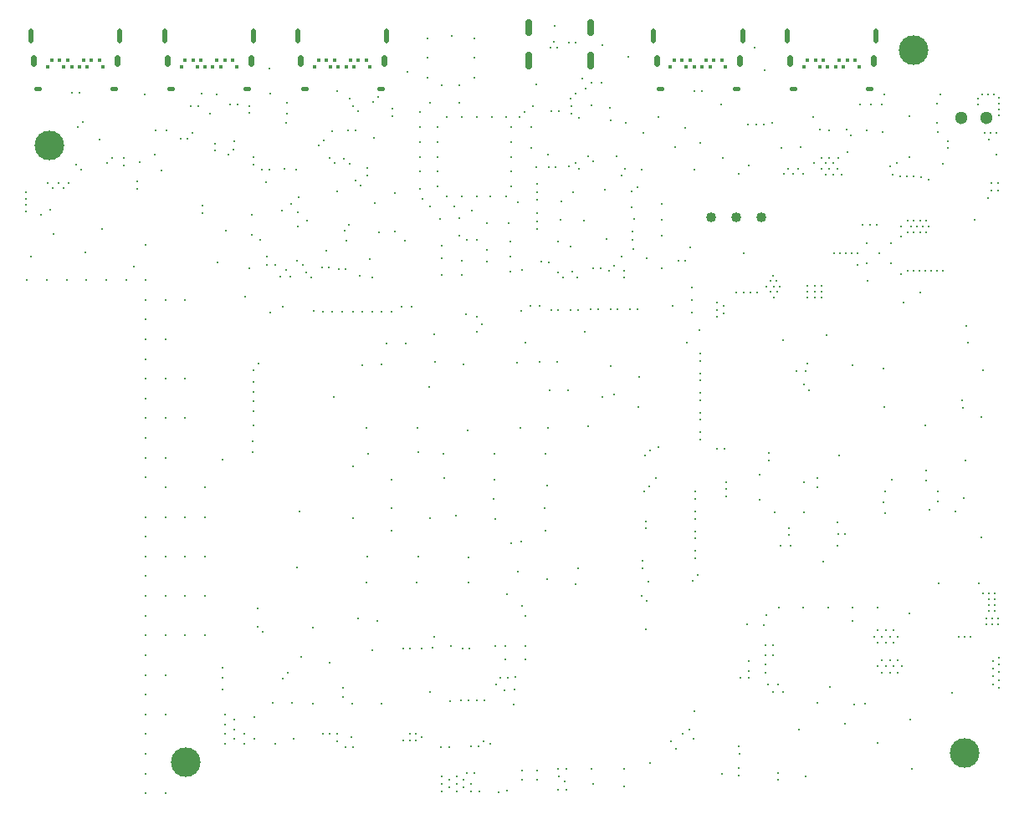
<source format=gbr>
%TF.GenerationSoftware,KiCad,Pcbnew,5.1.9+dfsg1-1*%
%TF.CreationDate,2022-02-21T14:57:18+01:00*%
%TF.ProjectId,sc606-baseboard,73633630-362d-4626-9173-65626f617264,rev?*%
%TF.SameCoordinates,Original*%
%TF.FileFunction,Plated,1,6,PTH,Mixed*%
%TF.FilePolarity,Positive*%
%FSLAX46Y46*%
G04 Gerber Fmt 4.6, Leading zero omitted, Abs format (unit mm)*
G04 Created by KiCad (PCBNEW 5.1.9+dfsg1-1) date 2022-02-21 14:57:18 commit 2b5f92f*
%MOMM*%
%LPD*%
G01*
G04 APERTURE LIST*
%TA.AperFunction,ViaDrill*%
%ADD10C,0.250000*%
%TD*%
G04 aperture for slot hole*
%TA.AperFunction,ComponentDrill*%
%ADD11C,0.400000*%
%TD*%
%TA.AperFunction,ComponentDrill*%
%ADD12C,0.400000*%
%TD*%
G04 aperture for slot hole*
%TA.AperFunction,ComponentDrill*%
%ADD13C,0.500000*%
%TD*%
G04 aperture for slot hole*
%TA.AperFunction,ComponentDrill*%
%ADD14C,0.600000*%
%TD*%
G04 aperture for slot hole*
%TA.AperFunction,ComponentDrill*%
%ADD15C,0.650000*%
%TD*%
%TA.AperFunction,ComponentDrill*%
%ADD16C,1.019990*%
%TD*%
%TA.AperFunction,ComponentDrill*%
%ADD17C,1.300000*%
%TD*%
%TA.AperFunction,ComponentDrill*%
%ADD18C,3.000000*%
%TD*%
G04 APERTURE END LIST*
D10*
X76350000Y-60600000D03*
X76350000Y-61250000D03*
X76350000Y-61900000D03*
X76350000Y-62550000D03*
X76500000Y-69500000D03*
X76900000Y-67100000D03*
X77900000Y-62900000D03*
X78500000Y-69500000D03*
X78600000Y-59700000D03*
X78800000Y-62400000D03*
X79100000Y-60200000D03*
X79200000Y-64800000D03*
X79700000Y-59700000D03*
X80200000Y-60200000D03*
X80500000Y-69500000D03*
X80700000Y-59700000D03*
X81037500Y-50487498D03*
X81444732Y-57792078D03*
X81593673Y-54006327D03*
X81762500Y-50487498D03*
X81957386Y-58304732D03*
X82106327Y-53493673D03*
X82400000Y-66700000D03*
X82500000Y-69500000D03*
X83800000Y-55300000D03*
X84050000Y-64350000D03*
X84500000Y-69500000D03*
X84569186Y-57662979D03*
X85081840Y-57150325D03*
X86250000Y-57137500D03*
X86250000Y-57862500D03*
X86500000Y-69500000D03*
X87300000Y-68100000D03*
X87600000Y-59500000D03*
X87600000Y-60300000D03*
X87929317Y-57520683D03*
X88400000Y-50700000D03*
X88500000Y-65900000D03*
X88500000Y-69500000D03*
X88500000Y-71500000D03*
X88500000Y-73500000D03*
X88500000Y-75500000D03*
X88500000Y-77500000D03*
X88500000Y-79500000D03*
X88500000Y-81500000D03*
X88500000Y-83500000D03*
X88500000Y-85500000D03*
X88500000Y-87500000D03*
X88500000Y-89500000D03*
X88500000Y-93500000D03*
X88500000Y-95500000D03*
X88500000Y-97500000D03*
X88500000Y-99500000D03*
X88500000Y-101500000D03*
X88500000Y-103500000D03*
X88500000Y-105500000D03*
X88500000Y-107500000D03*
X88500000Y-109500000D03*
X88500000Y-111500000D03*
X88500000Y-113500000D03*
X88500000Y-115500000D03*
X88500000Y-117500000D03*
X88500000Y-119500000D03*
X88500000Y-121500000D03*
X89400000Y-56783628D03*
X89500000Y-54300000D03*
X90100000Y-58400000D03*
X90500000Y-71500000D03*
X90500000Y-75500000D03*
X90500000Y-79500000D03*
X90500000Y-83500000D03*
X90500000Y-87500000D03*
X90500000Y-90500000D03*
X90500000Y-93500000D03*
X90500000Y-97500000D03*
X90500000Y-101500000D03*
X90500000Y-105500000D03*
X90500000Y-109500000D03*
X90500000Y-113500000D03*
X90500000Y-121500000D03*
X90600000Y-54300000D03*
X92037500Y-55153238D03*
X92500000Y-71500000D03*
X92500000Y-79500000D03*
X92500000Y-83500000D03*
X92500000Y-93500000D03*
X92500000Y-97500000D03*
X92500000Y-101500000D03*
X92500000Y-105500000D03*
X92762500Y-55153238D03*
X93087500Y-51900000D03*
X93250000Y-54550000D03*
X93812500Y-51900000D03*
X94152973Y-50621514D03*
X94250000Y-61987500D03*
X94250000Y-62712500D03*
X94500000Y-90500000D03*
X94500000Y-93500000D03*
X94500000Y-97500000D03*
X94500000Y-101500000D03*
X94500000Y-105500000D03*
X95000000Y-52600000D03*
X95514357Y-55673143D03*
X95514357Y-56398143D03*
X95697898Y-50653885D03*
X95800000Y-67700000D03*
X96250000Y-108750000D03*
X96250000Y-109750000D03*
X96250000Y-111000000D03*
X96300000Y-87674976D03*
X96500000Y-113500000D03*
X96500000Y-114500000D03*
X96500000Y-115500000D03*
X96500000Y-116500000D03*
X96600000Y-64500000D03*
X96898673Y-56753053D03*
X97042500Y-51718119D03*
X97411327Y-56240399D03*
X97450000Y-55450000D03*
X97500000Y-114000000D03*
X97500000Y-115000000D03*
X97500000Y-116000000D03*
X97767500Y-51718119D03*
X98500000Y-115500000D03*
X98500000Y-116500000D03*
X98600000Y-71200000D03*
X98992884Y-51863215D03*
X98992884Y-52588215D03*
X99000000Y-68275799D03*
X99200000Y-62900000D03*
X99200000Y-64892500D03*
X99317979Y-86902479D03*
X99325012Y-85800000D03*
X99400000Y-57037500D03*
X99400000Y-57762500D03*
X99400000Y-78650000D03*
X99400000Y-79800000D03*
X99400000Y-80800000D03*
X99400000Y-81800000D03*
X99400000Y-82800000D03*
X99400000Y-84250000D03*
X99500000Y-113800000D03*
X99500000Y-116000000D03*
X99800000Y-102800000D03*
X99843673Y-104643673D03*
X99900000Y-77950000D03*
X100100000Y-65400000D03*
X100287500Y-58300000D03*
X100356327Y-105156327D03*
X100700000Y-59600000D03*
X100730000Y-67120000D03*
X100800000Y-68000000D03*
X101012500Y-58300000D03*
X101050000Y-48100000D03*
X101100000Y-50600000D03*
X101100000Y-72800000D03*
X101330278Y-112319722D03*
X101600000Y-116500000D03*
X101612500Y-68000000D03*
X102100000Y-69150000D03*
X102300000Y-62500000D03*
X102400000Y-72225000D03*
X102400000Y-109900000D03*
X102550000Y-58200000D03*
X102700000Y-53600000D03*
X102749996Y-68450000D03*
X102800000Y-51500000D03*
X102800000Y-52600000D03*
X102900000Y-109250000D03*
X103100000Y-69150000D03*
X103200000Y-61800000D03*
X103300000Y-112300000D03*
X103500000Y-116000000D03*
X103700000Y-58300000D03*
X103800000Y-98600000D03*
X103823249Y-67560682D03*
X103900000Y-62600000D03*
X103900000Y-64100000D03*
X104000000Y-61100000D03*
X104100000Y-92900000D03*
X104200000Y-107700000D03*
X104400000Y-68000000D03*
X104743673Y-68743673D03*
X104800000Y-63500000D03*
X105256327Y-69256327D03*
X105400000Y-104700000D03*
X105400000Y-112400000D03*
X105500000Y-72600000D03*
X106033030Y-55845684D03*
X106337500Y-68200000D03*
X106398464Y-115449341D03*
X106400000Y-72700000D03*
X106545684Y-55333030D03*
X106800000Y-66500000D03*
X107062500Y-68200000D03*
X107100000Y-108300000D03*
X107112777Y-57138673D03*
X107122439Y-115488117D03*
X107349999Y-72700000D03*
X107400000Y-54400000D03*
X107500000Y-81300000D03*
X107625431Y-57651327D03*
X107837797Y-50325002D03*
X107875240Y-115480884D03*
X107887160Y-60487160D03*
X107900187Y-116205456D03*
X108037500Y-68400000D03*
X108400000Y-72700000D03*
X108500000Y-110800000D03*
X108500000Y-111700000D03*
X108593673Y-57243673D03*
X108600000Y-64500000D03*
X108723875Y-116790318D03*
X108762500Y-68400000D03*
X108800000Y-65500000D03*
X108987500Y-54350000D03*
X109100000Y-63900000D03*
X109106327Y-57756327D03*
X109170683Y-51079317D03*
X109300000Y-115800000D03*
X109400000Y-112400000D03*
X109450000Y-72700000D03*
X109458030Y-51879316D03*
X109500000Y-88400000D03*
X109500000Y-93600000D03*
X109524899Y-116787208D03*
X109712500Y-54350000D03*
X109743673Y-59443673D03*
X109970684Y-52391970D03*
X110000000Y-103800000D03*
X110200000Y-69100000D03*
X110256327Y-59956327D03*
X110400000Y-72700000D03*
X110450000Y-78100000D03*
X110800000Y-84500000D03*
X110800000Y-100100000D03*
X110900000Y-58137500D03*
X110900000Y-58862500D03*
X110900000Y-97500000D03*
X111000000Y-87100000D03*
X111200000Y-67400000D03*
X111400000Y-72700000D03*
X111400000Y-107000000D03*
X111425003Y-69200000D03*
X111487442Y-51478137D03*
X111600000Y-55100000D03*
X111700000Y-61700000D03*
X111900000Y-104000000D03*
X112000096Y-50965483D03*
X112150000Y-64700000D03*
X112350000Y-78000000D03*
X112400000Y-72700000D03*
X112400000Y-112400000D03*
X112900000Y-75900000D03*
X113400000Y-72700000D03*
X113400000Y-89700000D03*
X113400000Y-92637501D03*
X113400000Y-94900000D03*
X113500000Y-52137500D03*
X113500000Y-52862500D03*
X113735000Y-60710000D03*
X113750000Y-64550000D03*
X114400000Y-72200000D03*
X114537500Y-106850000D03*
X114600000Y-116100000D03*
X114700000Y-65500000D03*
X114800000Y-75912490D03*
X115000000Y-48400000D03*
X115200000Y-115500000D03*
X115200000Y-116100000D03*
X115262500Y-106850000D03*
X115400000Y-72200000D03*
X115800000Y-115500000D03*
X115800000Y-116100000D03*
X115900000Y-100100000D03*
X116000000Y-84500000D03*
X116094714Y-86905286D03*
X116100000Y-97500000D03*
X116250000Y-52500000D03*
X116250000Y-54000000D03*
X116250000Y-55500000D03*
X116250000Y-57000000D03*
X116250000Y-58500000D03*
X116250000Y-60250000D03*
X116400000Y-106800000D03*
X116400000Y-115800000D03*
X116500000Y-61250000D03*
X117000000Y-45000000D03*
X117000000Y-47000000D03*
X117000000Y-49000000D03*
X117150000Y-80350000D03*
X117250000Y-51500000D03*
X117250000Y-62000000D03*
X117300000Y-93600000D03*
X117300000Y-111200000D03*
X117500000Y-106700000D03*
X117700000Y-75000000D03*
X117700000Y-105600000D03*
X117755285Y-77744715D03*
X118000000Y-54000000D03*
X118000000Y-55500000D03*
X118000000Y-57000000D03*
X118000000Y-58500000D03*
X118000000Y-60000000D03*
X118300000Y-63300000D03*
X118363967Y-116797198D03*
X118500000Y-49750000D03*
X118500000Y-66000000D03*
X118500000Y-67250000D03*
X118500000Y-69000000D03*
X118500000Y-119750000D03*
X118500000Y-120500000D03*
X118500000Y-121300000D03*
X118600000Y-87100000D03*
X118744714Y-89587532D03*
X119000000Y-53000000D03*
X119000000Y-61000000D03*
X119200000Y-116800000D03*
X119250000Y-120150000D03*
X119250000Y-120900000D03*
X119299996Y-112200000D03*
X119400000Y-106600000D03*
X119500000Y-44750000D03*
X119750000Y-62000000D03*
X119900000Y-93400000D03*
X120000000Y-119750000D03*
X120000000Y-120500000D03*
X120000000Y-121300000D03*
X120250000Y-49750000D03*
X120250000Y-51500000D03*
X120250000Y-63250000D03*
X120250000Y-65000000D03*
X120400000Y-112100000D03*
X120500000Y-53000000D03*
X120500000Y-61000000D03*
X120500000Y-67500000D03*
X120500000Y-69000000D03*
X120537500Y-106845636D03*
X120700000Y-78000000D03*
X120700000Y-120100000D03*
X120700000Y-120900000D03*
X120900000Y-73000000D03*
X121000000Y-65450000D03*
X121024987Y-119400000D03*
X121100000Y-84700000D03*
X121200000Y-97600000D03*
X121200000Y-100100000D03*
X121200000Y-112100000D03*
X121262500Y-106845636D03*
X121419683Y-116702380D03*
X121450000Y-120500000D03*
X121450000Y-121300000D03*
X121500000Y-62500000D03*
X121750000Y-45000000D03*
X121750000Y-47000000D03*
X121750000Y-49000000D03*
X121750000Y-119399998D03*
X122000000Y-53000000D03*
X122000000Y-61000000D03*
X122000000Y-65450000D03*
X122000000Y-73200000D03*
X122000000Y-74750000D03*
X122000000Y-112100000D03*
X122144567Y-116715989D03*
X122300000Y-121300000D03*
X122500000Y-74000004D03*
X122699998Y-116250009D03*
X122800000Y-112100000D03*
X123000000Y-63750000D03*
X123000000Y-66400000D03*
X123000000Y-67600000D03*
X123373845Y-116517539D03*
X123400000Y-61000000D03*
X123500000Y-53000000D03*
X123700000Y-91662501D03*
X123800000Y-87100000D03*
X123800000Y-89700000D03*
X123837510Y-106600000D03*
X123894715Y-93705285D03*
X124000000Y-110500000D03*
X124200000Y-121400000D03*
X124400000Y-109750000D03*
X124800000Y-111050000D03*
X124900000Y-106600000D03*
X124900000Y-107900000D03*
X125000000Y-53000000D03*
X125000000Y-61000000D03*
X125057229Y-121200002D03*
X125100000Y-101300000D03*
X125150000Y-109750000D03*
X125250000Y-63750000D03*
X125388299Y-65611701D03*
X125388299Y-67111701D03*
X125388299Y-68611701D03*
X125450000Y-96200000D03*
X125500000Y-54000000D03*
X125500000Y-55500000D03*
X125500000Y-57000000D03*
X125500000Y-58500000D03*
X125500000Y-60000000D03*
X125769745Y-112472463D03*
X125800000Y-111000000D03*
X125880285Y-109730285D03*
X126100000Y-77900000D03*
X126132215Y-99067785D03*
X126174998Y-61650000D03*
X126368673Y-53006327D03*
X126400000Y-84500000D03*
X126500000Y-72600000D03*
X126500000Y-96012500D03*
X126550000Y-119150000D03*
X126550000Y-120150000D03*
X126600000Y-68500000D03*
X126612499Y-102500000D03*
X126881327Y-52493673D03*
X126900000Y-75800000D03*
X126900000Y-103500000D03*
X126900000Y-106600000D03*
X126950000Y-107950000D03*
X127400000Y-72100000D03*
X127550000Y-54000000D03*
X127550000Y-56150000D03*
X127700000Y-51900000D03*
X128000000Y-49700000D03*
X128000000Y-58100000D03*
X128074035Y-61319033D03*
X128080000Y-59770000D03*
X128080000Y-60560000D03*
X128100000Y-62732500D03*
X128100000Y-119200000D03*
X128100000Y-120150000D03*
X128120000Y-63520000D03*
X128120000Y-64340000D03*
X128350000Y-77800000D03*
X128400000Y-72100000D03*
X128575035Y-67664505D03*
X128900000Y-92637501D03*
X129000000Y-87100000D03*
X129000000Y-94900000D03*
X129100000Y-90287500D03*
X129160000Y-99815000D03*
X129200000Y-84500000D03*
X129230000Y-56820000D03*
X129256578Y-58088512D03*
X129322316Y-67695057D03*
X129400000Y-80700000D03*
X129437500Y-45981860D03*
X129537500Y-72512482D03*
X129587500Y-52415161D03*
X129838747Y-45333160D03*
X129900000Y-43750000D03*
X129981578Y-58088512D03*
X130150000Y-77800000D03*
X130162500Y-45981860D03*
X130193673Y-68753916D03*
X130224984Y-119025012D03*
X130250000Y-121162479D03*
X130261094Y-65627897D03*
X130262500Y-72512482D03*
X130312500Y-52415161D03*
X130350000Y-119775000D03*
X130521364Y-63352162D03*
X130560000Y-61560000D03*
X130706327Y-69266570D03*
X130945559Y-120267840D03*
X131050000Y-119049994D03*
X131050000Y-121100000D03*
X131250000Y-80700000D03*
X131300000Y-58000000D03*
X131302921Y-45467759D03*
X131500000Y-66100000D03*
X131526804Y-51139458D03*
X131537500Y-72512298D03*
X131600000Y-51887500D03*
X131600000Y-52612500D03*
X131671213Y-68681861D03*
X131720000Y-60560000D03*
X132000000Y-100300000D03*
X132010001Y-57610001D03*
X132027921Y-45467759D03*
X132039458Y-50626804D03*
X132183867Y-69194515D03*
X132262500Y-72512298D03*
X132300000Y-98700000D03*
X132350000Y-53050000D03*
X132362500Y-58250000D03*
X132717762Y-49107206D03*
X132850000Y-63437491D03*
X132900000Y-74700000D03*
X133000000Y-50100000D03*
X133300000Y-84300000D03*
X133313673Y-56973673D03*
X133537500Y-72473175D03*
X133600000Y-49530000D03*
X133600000Y-51800000D03*
X133650000Y-119050000D03*
X133812500Y-68331134D03*
X133817036Y-120500000D03*
X133826327Y-57486327D03*
X134262500Y-72473175D03*
X134537500Y-68331134D03*
X134600000Y-49475010D03*
X134700000Y-45700000D03*
X134700000Y-81300000D03*
X134956906Y-60362035D03*
X135100000Y-65300000D03*
X135368515Y-68568829D03*
X135490000Y-52070000D03*
X135537500Y-72476044D03*
X135570000Y-53280000D03*
X135600000Y-78200000D03*
X135881169Y-68056175D03*
X135900000Y-81100000D03*
X136189998Y-56990000D03*
X136262500Y-72476044D03*
X136650000Y-67100000D03*
X136690000Y-58900000D03*
X136875000Y-68537500D03*
X136875000Y-69262500D03*
X136900000Y-119025002D03*
X136900000Y-120800000D03*
X136990000Y-58220000D03*
X137110004Y-53590000D03*
X137300000Y-46900000D03*
X137537500Y-72477945D03*
X137679587Y-60475143D03*
X137700000Y-62150000D03*
X137749934Y-64568431D03*
X137800000Y-65450000D03*
X137850000Y-66349994D03*
X137919715Y-63319715D03*
X138262500Y-72477945D03*
X138300004Y-60100000D03*
X138337501Y-82362499D03*
X138400000Y-79300000D03*
X138680000Y-58320000D03*
X138681175Y-101493673D03*
X138768809Y-97937500D03*
X138768809Y-98662500D03*
X138830000Y-54560000D03*
X138943673Y-90906327D03*
X138993673Y-87306327D03*
X139100000Y-93937500D03*
X139100000Y-94662500D03*
X139100000Y-104850000D03*
X139193829Y-102006327D03*
X139228165Y-67271835D03*
X139350000Y-100050000D03*
X139456327Y-90393673D03*
X139500000Y-118424998D03*
X139506327Y-86793673D03*
X140100000Y-89587532D03*
X140400000Y-52950000D03*
X140400000Y-86400000D03*
X140687491Y-68300000D03*
X140700000Y-61800000D03*
X140700000Y-63400000D03*
X140700000Y-65000000D03*
X141650000Y-116250000D03*
X141800000Y-72100000D03*
X142100000Y-56000000D03*
X142200000Y-117000000D03*
X142400000Y-67550000D03*
X142803640Y-115467768D03*
X143074998Y-54050000D03*
X143125003Y-67550000D03*
X143300000Y-75800000D03*
X143500000Y-115000002D03*
X143612503Y-66200000D03*
X143750000Y-70250000D03*
X143750000Y-71500000D03*
X143750000Y-72750000D03*
X143818673Y-99930007D03*
X143944722Y-115994586D03*
X144000000Y-58300000D03*
X144000000Y-113150000D03*
X144037500Y-50337502D03*
X144075000Y-90937500D03*
X144075000Y-91662500D03*
X144075000Y-92937500D03*
X144075000Y-93662500D03*
X144075000Y-94937500D03*
X144075000Y-95662500D03*
X144075000Y-96937500D03*
X144075000Y-97662500D03*
X144331327Y-99417353D03*
X144500000Y-74600000D03*
X144600000Y-76937500D03*
X144600000Y-77662500D03*
X144600000Y-78937500D03*
X144600000Y-79662500D03*
X144600000Y-80937500D03*
X144600000Y-81662500D03*
X144600000Y-82937500D03*
X144600000Y-83662500D03*
X144600000Y-84937500D03*
X144600000Y-85662500D03*
X144650000Y-55600000D03*
X144762500Y-50337502D03*
X146300000Y-71800000D03*
X146300000Y-72500000D03*
X146300000Y-73200000D03*
X146350000Y-86600000D03*
X146700000Y-51700000D03*
X146800000Y-119500000D03*
X146900000Y-57100000D03*
X147000000Y-72100000D03*
X147000000Y-72900000D03*
X147074972Y-86592459D03*
X147250000Y-89949980D03*
X147250000Y-91400000D03*
X147251658Y-90674990D03*
X148300000Y-70800000D03*
X148526198Y-116728754D03*
X148550000Y-58700000D03*
X148550000Y-118950000D03*
X148550000Y-119675013D03*
X148580278Y-117480278D03*
X148700000Y-109800000D03*
X149000000Y-66750000D03*
X149000000Y-70800000D03*
X149400000Y-104400000D03*
X149450000Y-53750000D03*
X149500000Y-108100000D03*
X149500000Y-109074997D03*
X149500000Y-109800000D03*
X149550000Y-57900000D03*
X149700000Y-70800000D03*
X150100000Y-45950000D03*
X150326841Y-53751654D03*
X150400000Y-70800000D03*
X150600000Y-89200000D03*
X150650000Y-91750000D03*
X151044715Y-104444715D03*
X151050000Y-53699999D03*
X151150000Y-48200000D03*
X151200000Y-108400000D03*
X151250000Y-106500000D03*
X151250000Y-107500000D03*
X151250000Y-109250000D03*
X151350000Y-70150000D03*
X151350000Y-103400000D03*
X151500000Y-110500000D03*
X151600000Y-87024997D03*
X151600000Y-87750000D03*
X151700000Y-69600000D03*
X151700000Y-70700000D03*
X151900000Y-53550000D03*
X152000000Y-69050000D03*
X152000000Y-106500000D03*
X152000000Y-107500000D03*
X152000000Y-111250000D03*
X152050000Y-70150000D03*
X152050000Y-71250000D03*
X152150000Y-93000000D03*
X152350000Y-69600000D03*
X152400000Y-70700000D03*
X152481775Y-120124783D03*
X152500000Y-110500000D03*
X152500000Y-119399998D03*
X152550000Y-102650000D03*
X152700000Y-70150000D03*
X152750000Y-96450000D03*
X152800000Y-56150000D03*
X153000000Y-75600000D03*
X153000000Y-111250000D03*
X153050000Y-58750000D03*
X153550000Y-58200000D03*
X153600000Y-95350000D03*
X153601658Y-94624990D03*
X153762490Y-96400000D03*
X154050450Y-58725431D03*
X154400000Y-78687500D03*
X154550000Y-58200000D03*
X154650000Y-115000000D03*
X154750000Y-56050000D03*
X155050000Y-58750000D03*
X155050000Y-102650000D03*
X155100000Y-89950000D03*
X155150000Y-80100000D03*
X155162490Y-93000000D03*
X155300000Y-78687500D03*
X155300000Y-119800000D03*
X155500000Y-70100000D03*
X155500000Y-70700000D03*
X155500000Y-71300000D03*
X155500000Y-77950000D03*
X155637500Y-80687500D03*
X156037500Y-53000000D03*
X156100000Y-57600000D03*
X156200000Y-70100000D03*
X156200000Y-70700000D03*
X156200000Y-71300000D03*
X156450000Y-112350000D03*
X156500000Y-89550000D03*
X156512490Y-90500000D03*
X156700000Y-54250000D03*
X156900000Y-57100000D03*
X156900000Y-58200000D03*
X156900000Y-70100000D03*
X156900000Y-70700000D03*
X156900000Y-71300000D03*
X157100000Y-98000000D03*
X157300000Y-57600000D03*
X157300000Y-58800000D03*
X157400000Y-75100000D03*
X157550000Y-102650000D03*
X157700000Y-54300000D03*
X157700000Y-57100000D03*
X157700000Y-58200000D03*
X157750000Y-110700000D03*
X158100000Y-57600000D03*
X158100000Y-58800000D03*
X158150000Y-66750000D03*
X158500000Y-58200000D03*
X158525001Y-94050000D03*
X158525001Y-96400000D03*
X158574993Y-95247510D03*
X158600000Y-57100000D03*
X158650000Y-87300000D03*
X158750000Y-66750000D03*
X158900000Y-58800000D03*
X159299998Y-95250002D03*
X159300000Y-114450000D03*
X159350000Y-66750000D03*
X159400000Y-54250000D03*
X159550000Y-56500000D03*
X159902164Y-54853246D03*
X159950000Y-66750000D03*
X160000000Y-78150000D03*
X160000000Y-104000000D03*
X160050000Y-102650000D03*
X160200000Y-112500000D03*
X160500000Y-68000000D03*
X160550000Y-66750000D03*
X160800000Y-51750000D03*
X161050000Y-63900000D03*
X161300000Y-112400000D03*
X161450000Y-54350000D03*
X161500000Y-65800000D03*
X161500000Y-67800000D03*
X161550000Y-69594998D03*
X161775003Y-63900000D03*
X161900000Y-51750000D03*
X162200000Y-105600000D03*
X162500006Y-63900000D03*
X162550000Y-102650000D03*
X162600000Y-105000000D03*
X162600000Y-106200000D03*
X162600000Y-108600000D03*
X162600000Y-116400000D03*
X162700000Y-66800010D03*
X163000000Y-51750000D03*
X163000000Y-105600000D03*
X163000000Y-108000000D03*
X163000000Y-109300000D03*
X163050000Y-54500000D03*
X163150000Y-78500000D03*
X163200000Y-92000000D03*
X163250000Y-50700000D03*
X163250000Y-82350000D03*
X163300000Y-90900000D03*
X163300000Y-93100000D03*
X163400000Y-105000000D03*
X163400000Y-106200000D03*
X163400000Y-108600000D03*
X163800000Y-105600000D03*
X163800000Y-108000000D03*
X163800000Y-109300000D03*
X163850000Y-58000000D03*
X163900000Y-65800000D03*
X163900000Y-67800000D03*
X164000000Y-89700000D03*
X164100000Y-58800000D03*
X164200000Y-105000000D03*
X164200000Y-106200000D03*
X164200000Y-108600000D03*
X164500000Y-57650000D03*
X164600000Y-105600000D03*
X164600000Y-108000000D03*
X164600000Y-109300000D03*
X164873169Y-59001654D03*
X164900000Y-64076841D03*
X164900000Y-65100000D03*
X164950000Y-68900000D03*
X165000000Y-108600000D03*
X165155016Y-71800000D03*
X165500000Y-59012500D03*
X165600000Y-68550000D03*
X165650000Y-63450000D03*
X165650000Y-64650000D03*
X165750000Y-52900000D03*
X165750000Y-103250000D03*
X165800000Y-57050000D03*
X165850000Y-114000000D03*
X165950000Y-64050000D03*
X166000000Y-119000000D03*
X166200000Y-68550000D03*
X166232284Y-58947470D03*
X166250000Y-63450000D03*
X166250000Y-64650000D03*
X166550000Y-64050000D03*
X166800000Y-68550000D03*
X166850000Y-63450000D03*
X166850000Y-64650000D03*
X166900000Y-70800000D03*
X166950000Y-59050000D03*
X167150000Y-64050000D03*
X167400000Y-68550000D03*
X167400000Y-84200000D03*
X167450000Y-63450000D03*
X167450000Y-64650000D03*
X167500000Y-88800000D03*
X167500000Y-89800000D03*
X167700000Y-59300000D03*
X167750000Y-64050000D03*
X167800000Y-92775000D03*
X168000000Y-68550000D03*
X168550000Y-51650000D03*
X168550000Y-53600000D03*
X168600000Y-68550000D03*
X168650000Y-54500000D03*
X168700000Y-90900000D03*
X168700000Y-91900000D03*
X168755285Y-100255285D03*
X168950000Y-50700000D03*
X169200000Y-57750000D03*
X169200000Y-68550000D03*
X169648346Y-55426831D03*
X169700000Y-56150000D03*
X170100000Y-111300000D03*
X170449608Y-92980853D03*
X170800000Y-105600000D03*
X171097470Y-81682284D03*
X171200000Y-82400000D03*
X171300004Y-91550000D03*
X171400000Y-105600000D03*
X171500000Y-87800000D03*
X171550000Y-74150000D03*
X171724997Y-75801282D03*
X172000000Y-105600000D03*
X172400000Y-63400000D03*
X172700000Y-51100000D03*
X172700000Y-51700000D03*
X172800000Y-100200000D03*
X173100000Y-83400000D03*
X173100000Y-95550000D03*
X173150000Y-50700000D03*
X173200000Y-78600000D03*
X173200000Y-101200000D03*
X173400000Y-54600000D03*
X173600000Y-103800000D03*
X173600000Y-104400000D03*
X173749992Y-61200000D03*
X173750000Y-50700000D03*
X173800000Y-55300000D03*
X173800000Y-101200000D03*
X173800000Y-101800000D03*
X173800000Y-102400000D03*
X173800000Y-103000000D03*
X174000000Y-54550000D03*
X174050000Y-59700000D03*
X174050000Y-60450000D03*
X174200000Y-103800000D03*
X174200000Y-104400000D03*
X174225000Y-108075000D03*
X174225000Y-108825000D03*
X174225000Y-109625000D03*
X174225000Y-110425000D03*
X174350000Y-50700000D03*
X174400000Y-101200000D03*
X174400000Y-101800000D03*
X174400000Y-102400000D03*
X174400000Y-103000000D03*
X174600000Y-54550000D03*
X174600000Y-56800000D03*
X174800000Y-59700000D03*
X174800000Y-60450000D03*
X174800000Y-103800000D03*
X174800000Y-104400000D03*
X174825000Y-107750000D03*
X174825000Y-108425000D03*
X174825000Y-109225000D03*
X174825000Y-110025000D03*
X174825000Y-110825000D03*
X174850000Y-51050000D03*
X174850000Y-51650000D03*
X174850000Y-52250000D03*
X174850000Y-52850000D03*
D11*
%TO.C,J6*%
X77380000Y-50080000D02*
X77730000Y-50080000D01*
D12*
X78600000Y-47880000D03*
X79000000Y-47180000D03*
X79800000Y-47180000D03*
X80200000Y-47880000D03*
X80600000Y-47180000D03*
X81000000Y-47880000D03*
X81800000Y-47880000D03*
X82200000Y-47180000D03*
X82600000Y-47880000D03*
X83000000Y-47180000D03*
X83800000Y-47180000D03*
X84200000Y-47880000D03*
D11*
X85070000Y-50080000D02*
X85420000Y-50080000D01*
%TO.C,J11*%
X90880000Y-50080000D02*
X91230000Y-50080000D01*
D12*
X92100000Y-47880000D03*
X92500000Y-47180000D03*
X93300000Y-47180000D03*
X93700000Y-47880000D03*
X94100000Y-47180000D03*
X94500000Y-47880000D03*
X95300000Y-47880000D03*
X95700000Y-47180000D03*
X96100000Y-47880000D03*
X96500000Y-47180000D03*
X97300000Y-47180000D03*
X97700000Y-47880000D03*
D11*
X98570000Y-50080000D02*
X98920000Y-50080000D01*
%TO.C,J10*%
X104380000Y-50080000D02*
X104730000Y-50080000D01*
D12*
X105600000Y-47880000D03*
X106000000Y-47180000D03*
X106800000Y-47180000D03*
X107200000Y-47880000D03*
X107600000Y-47180000D03*
X108000000Y-47880000D03*
X108800000Y-47880000D03*
X109200000Y-47180000D03*
X109600000Y-47880000D03*
X110000000Y-47180000D03*
X110800000Y-47180000D03*
X111200000Y-47880000D03*
D11*
X112070000Y-50080000D02*
X112420000Y-50080000D01*
%TO.C,J9*%
X140380000Y-50080000D02*
X140730000Y-50080000D01*
D12*
X141600000Y-47880000D03*
X142000000Y-47180000D03*
X142800000Y-47180000D03*
X143200000Y-47880000D03*
X143600000Y-47180000D03*
X144000000Y-47880000D03*
X144800000Y-47880000D03*
X145200000Y-47180000D03*
X145600000Y-47880000D03*
X146000000Y-47180000D03*
X146800000Y-47180000D03*
X147200000Y-47880000D03*
D11*
X148070000Y-50080000D02*
X148420000Y-50080000D01*
%TO.C,J12*%
X153880000Y-50080000D02*
X154230000Y-50080000D01*
D12*
X155100000Y-47880000D03*
X155500000Y-47180000D03*
X156300000Y-47180000D03*
X156700000Y-47880000D03*
X157100000Y-47180000D03*
X157500000Y-47880000D03*
X158300000Y-47880000D03*
X158700000Y-47180000D03*
X159100000Y-47880000D03*
X159500000Y-47180000D03*
X160300000Y-47180000D03*
X160700000Y-47880000D03*
D11*
X161570000Y-50080000D02*
X161920000Y-50080000D01*
D13*
%TO.C,J6*%
X76900000Y-44265000D02*
X76900000Y-45265000D01*
X85900000Y-44265000D02*
X85900000Y-45265000D01*
%TO.C,J11*%
X90400000Y-44265000D02*
X90400000Y-45265000D01*
X99400000Y-44265000D02*
X99400000Y-45265000D01*
%TO.C,J10*%
X103900000Y-44265000D02*
X103900000Y-45265000D01*
X112900000Y-44265000D02*
X112900000Y-45265000D01*
%TO.C,J9*%
X139900000Y-44265000D02*
X139900000Y-45265000D01*
X148900000Y-44265000D02*
X148900000Y-45265000D01*
%TO.C,J12*%
X153400000Y-44265000D02*
X153400000Y-45265000D01*
X162400000Y-44265000D02*
X162400000Y-45265000D01*
D14*
%TO.C,J6*%
X77180000Y-46980000D02*
X77180000Y-47580000D01*
X85620000Y-46980000D02*
X85620000Y-47580000D01*
%TO.C,J11*%
X90680000Y-46980000D02*
X90680000Y-47580000D01*
X99120000Y-46980000D02*
X99120000Y-47580000D01*
%TO.C,J10*%
X104180000Y-46980000D02*
X104180000Y-47580000D01*
X112620000Y-46980000D02*
X112620000Y-47580000D01*
%TO.C,J9*%
X140180000Y-46980000D02*
X140180000Y-47580000D01*
X148620000Y-46980000D02*
X148620000Y-47580000D01*
%TO.C,J12*%
X153680000Y-46980000D02*
X153680000Y-47580000D01*
X162120000Y-46980000D02*
X162120000Y-47580000D01*
D15*
%TO.C,J4*%
X127300000Y-43375000D02*
X127300000Y-44425000D01*
X127300000Y-46735000D02*
X127300000Y-47785000D01*
X133500000Y-43375000D02*
X133500000Y-44425000D01*
X133500000Y-46735000D02*
X133500000Y-47785000D01*
D16*
%TO.C,SW1*%
X145700000Y-63100000D03*
X148240000Y-63100000D03*
X150780000Y-63100000D03*
D17*
%TO.C,J1*%
X171050000Y-53100000D03*
X173550000Y-53100000D03*
D18*
%TO.C,MP3*%
X78750000Y-55850000D03*
%TO.C,MP4*%
X92550000Y-118350000D03*
%TO.C,MP1*%
X166200000Y-46200000D03*
%TO.C,MP2*%
X171400000Y-117400000D03*
M02*

</source>
